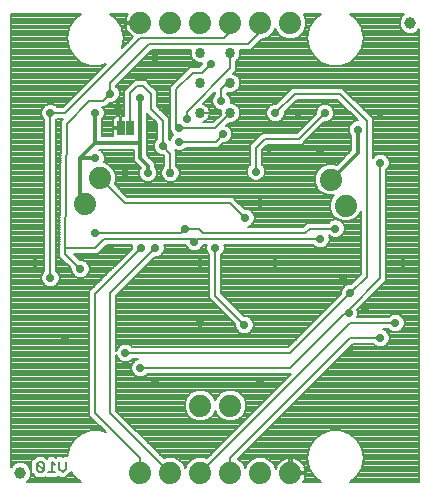
<source format=gbl>
G75*
%MOIN*%
%OFA0B0*%
%FSLAX25Y25*%
%IPPOS*%
%LPD*%
%AMOC8*
5,1,8,0,0,1.08239X$1,22.5*
%
%ADD10C,0.00800*%
%ADD11C,0.07400*%
%ADD12R,0.02500X0.05000*%
%ADD13C,0.03400*%
%ADD14C,0.03937*%
%ADD15C,0.03000*%
%ADD16C,0.02900*%
%ADD17C,0.01200*%
D10*
X0135380Y0127000D02*
X0136359Y0127979D01*
X0136902Y0129290D01*
X0136902Y0130710D01*
X0136359Y0132021D01*
X0135355Y0133025D01*
X0134043Y0133568D01*
X0132623Y0133568D01*
X0131312Y0133025D01*
X0130333Y0132047D01*
X0130333Y0283000D01*
X0153399Y0283000D01*
X0151099Y0281070D01*
X0149459Y0278230D01*
X0148890Y0275000D01*
X0149459Y0271770D01*
X0151099Y0268930D01*
X0153612Y0266822D01*
X0156693Y0265700D01*
X0159973Y0265700D01*
X0161910Y0266405D01*
X0147505Y0252000D01*
X0145647Y0252000D01*
X0145061Y0252586D01*
X0143940Y0253050D01*
X0142727Y0253050D01*
X0141606Y0252586D01*
X0140748Y0251728D01*
X0140283Y0250607D01*
X0140283Y0249393D01*
X0140748Y0248272D01*
X0141333Y0247686D01*
X0141333Y0197313D01*
X0140748Y0196728D01*
X0140283Y0195607D01*
X0140283Y0194393D01*
X0140748Y0193272D01*
X0141606Y0192414D01*
X0142727Y0191950D01*
X0143940Y0191950D01*
X0145061Y0192414D01*
X0145919Y0193272D01*
X0146383Y0194393D01*
X0146383Y0195607D01*
X0145919Y0196728D01*
X0145333Y0197313D01*
X0145333Y0247686D01*
X0145647Y0248000D01*
X0147505Y0248000D01*
X0147428Y0247923D01*
X0146843Y0247352D01*
X0146843Y0247338D01*
X0146833Y0247328D01*
X0146833Y0246512D01*
X0146343Y0205838D01*
X0146333Y0205828D01*
X0146333Y0205011D01*
X0146323Y0204196D01*
X0146333Y0204186D01*
X0146333Y0202172D01*
X0150283Y0198222D01*
X0150283Y0197393D01*
X0150748Y0196272D01*
X0151606Y0195414D01*
X0152727Y0194950D01*
X0153940Y0194950D01*
X0155061Y0195414D01*
X0155919Y0196272D01*
X0156383Y0197393D01*
X0156383Y0198607D01*
X0155919Y0199728D01*
X0155061Y0200586D01*
X0153940Y0201050D01*
X0153112Y0201050D01*
X0151162Y0203000D01*
X0159162Y0203000D01*
X0160333Y0204172D01*
X0162162Y0206000D01*
X0170626Y0206000D01*
X0170463Y0205607D01*
X0170463Y0204778D01*
X0156333Y0190649D01*
X0156333Y0149172D01*
X0161910Y0143595D01*
X0159973Y0144300D01*
X0156693Y0144300D01*
X0153612Y0143178D01*
X0153612Y0143178D01*
X0151099Y0141070D01*
X0149459Y0138230D01*
X0148996Y0135603D01*
X0147630Y0135603D01*
X0147390Y0135364D01*
X0147151Y0135603D01*
X0145494Y0135603D01*
X0145015Y0135123D01*
X0144536Y0135603D01*
X0142879Y0135603D01*
X0142285Y0135008D01*
X0142133Y0134856D01*
X0141386Y0135603D01*
X0138662Y0135603D01*
X0138128Y0135069D01*
X0136957Y0133897D01*
X0136957Y0130105D01*
X0137490Y0129572D01*
X0138662Y0128400D01*
X0141386Y0128400D01*
X0141599Y0128612D01*
X0141811Y0128400D01*
X0145603Y0128400D01*
X0146083Y0128879D01*
X0146562Y0128400D01*
X0148219Y0128400D01*
X0148813Y0128994D01*
X0150239Y0130420D01*
X0151099Y0128930D01*
X0153399Y0127000D01*
X0135380Y0127000D01*
X0135775Y0127396D02*
X0152928Y0127396D01*
X0151976Y0128194D02*
X0136448Y0128194D01*
X0136779Y0128993D02*
X0138069Y0128993D01*
X0137271Y0129791D02*
X0136902Y0129791D01*
X0136902Y0130590D02*
X0136957Y0130590D01*
X0136957Y0131388D02*
X0136621Y0131388D01*
X0136957Y0132187D02*
X0136193Y0132187D01*
X0136957Y0132985D02*
X0135395Y0132985D01*
X0136957Y0133784D02*
X0130333Y0133784D01*
X0130333Y0134582D02*
X0137641Y0134582D01*
X0138440Y0135381D02*
X0130333Y0135381D01*
X0130333Y0136179D02*
X0149098Y0136179D01*
X0149239Y0136978D02*
X0130333Y0136978D01*
X0130333Y0137776D02*
X0149379Y0137776D01*
X0149459Y0138230D02*
X0149459Y0138230D01*
X0149658Y0138575D02*
X0130333Y0138575D01*
X0130333Y0139373D02*
X0150120Y0139373D01*
X0150581Y0140172D02*
X0130333Y0140172D01*
X0130333Y0140970D02*
X0151042Y0140970D01*
X0151099Y0141070D02*
X0151099Y0141070D01*
X0151099Y0141070D01*
X0151932Y0141769D02*
X0130333Y0141769D01*
X0130333Y0142567D02*
X0152883Y0142567D01*
X0154127Y0143366D02*
X0130333Y0143366D01*
X0130333Y0144164D02*
X0156321Y0144164D01*
X0158945Y0146560D02*
X0130333Y0146560D01*
X0130333Y0147358D02*
X0158147Y0147358D01*
X0157348Y0148157D02*
X0130333Y0148157D01*
X0130333Y0148955D02*
X0156550Y0148955D01*
X0156333Y0149754D02*
X0130333Y0149754D01*
X0130333Y0150552D02*
X0156333Y0150552D01*
X0156333Y0151351D02*
X0130333Y0151351D01*
X0130333Y0152149D02*
X0156333Y0152149D01*
X0156333Y0152948D02*
X0130333Y0152948D01*
X0130333Y0153746D02*
X0156333Y0153746D01*
X0156333Y0154545D02*
X0130333Y0154545D01*
X0130333Y0155343D02*
X0156333Y0155343D01*
X0156333Y0156142D02*
X0130333Y0156142D01*
X0130333Y0156940D02*
X0156333Y0156940D01*
X0156333Y0157739D02*
X0130333Y0157739D01*
X0130333Y0158537D02*
X0156333Y0158537D01*
X0156333Y0159336D02*
X0130333Y0159336D01*
X0130333Y0160134D02*
X0156333Y0160134D01*
X0156333Y0160933D02*
X0130333Y0160933D01*
X0130333Y0161732D02*
X0156333Y0161732D01*
X0156333Y0162530D02*
X0130333Y0162530D01*
X0130333Y0163329D02*
X0156333Y0163329D01*
X0156333Y0164127D02*
X0130333Y0164127D01*
X0130333Y0164926D02*
X0156333Y0164926D01*
X0156333Y0165724D02*
X0130333Y0165724D01*
X0130333Y0166523D02*
X0156333Y0166523D01*
X0156333Y0167321D02*
X0130333Y0167321D01*
X0130333Y0168120D02*
X0156333Y0168120D01*
X0156333Y0168918D02*
X0130333Y0168918D01*
X0130333Y0169717D02*
X0156333Y0169717D01*
X0156333Y0170515D02*
X0130333Y0170515D01*
X0130333Y0171314D02*
X0156333Y0171314D01*
X0156333Y0172112D02*
X0130333Y0172112D01*
X0130333Y0172911D02*
X0156333Y0172911D01*
X0156333Y0173709D02*
X0130333Y0173709D01*
X0130333Y0174508D02*
X0156333Y0174508D01*
X0156333Y0175306D02*
X0130333Y0175306D01*
X0130333Y0176105D02*
X0156333Y0176105D01*
X0156333Y0176903D02*
X0130333Y0176903D01*
X0130333Y0177702D02*
X0156333Y0177702D01*
X0156333Y0178500D02*
X0130333Y0178500D01*
X0130333Y0179299D02*
X0156333Y0179299D01*
X0156333Y0180097D02*
X0130333Y0180097D01*
X0130333Y0180896D02*
X0156333Y0180896D01*
X0156333Y0181694D02*
X0130333Y0181694D01*
X0130333Y0182493D02*
X0156333Y0182493D01*
X0156333Y0183291D02*
X0130333Y0183291D01*
X0130333Y0184090D02*
X0156333Y0184090D01*
X0156333Y0184888D02*
X0130333Y0184888D01*
X0130333Y0185687D02*
X0156333Y0185687D01*
X0156333Y0186485D02*
X0130333Y0186485D01*
X0130333Y0187284D02*
X0156333Y0187284D01*
X0156333Y0188082D02*
X0130333Y0188082D01*
X0130333Y0188881D02*
X0156333Y0188881D01*
X0156333Y0189679D02*
X0130333Y0189679D01*
X0130333Y0190478D02*
X0156333Y0190478D01*
X0156961Y0191276D02*
X0130333Y0191276D01*
X0130333Y0192075D02*
X0142425Y0192075D01*
X0141147Y0192873D02*
X0130333Y0192873D01*
X0130333Y0193672D02*
X0140582Y0193672D01*
X0140283Y0194470D02*
X0130333Y0194470D01*
X0130333Y0195269D02*
X0140283Y0195269D01*
X0140474Y0196068D02*
X0130333Y0196068D01*
X0130333Y0196866D02*
X0140886Y0196866D01*
X0141333Y0197665D02*
X0130333Y0197665D01*
X0130333Y0198463D02*
X0141333Y0198463D01*
X0141333Y0199262D02*
X0130333Y0199262D01*
X0130333Y0200060D02*
X0141333Y0200060D01*
X0141333Y0200859D02*
X0130333Y0200859D01*
X0130333Y0201657D02*
X0141333Y0201657D01*
X0141333Y0202456D02*
X0130333Y0202456D01*
X0130333Y0203254D02*
X0141333Y0203254D01*
X0141333Y0204053D02*
X0130333Y0204053D01*
X0130333Y0204851D02*
X0141333Y0204851D01*
X0141333Y0205650D02*
X0130333Y0205650D01*
X0130333Y0206448D02*
X0141333Y0206448D01*
X0141333Y0207247D02*
X0130333Y0207247D01*
X0130333Y0208045D02*
X0141333Y0208045D01*
X0141333Y0208844D02*
X0130333Y0208844D01*
X0130333Y0209642D02*
X0141333Y0209642D01*
X0141333Y0210441D02*
X0130333Y0210441D01*
X0130333Y0211239D02*
X0141333Y0211239D01*
X0141333Y0212038D02*
X0130333Y0212038D01*
X0130333Y0212836D02*
X0141333Y0212836D01*
X0141333Y0213635D02*
X0130333Y0213635D01*
X0130333Y0214433D02*
X0141333Y0214433D01*
X0141333Y0215232D02*
X0130333Y0215232D01*
X0130333Y0216030D02*
X0141333Y0216030D01*
X0141333Y0216829D02*
X0130333Y0216829D01*
X0130333Y0217627D02*
X0141333Y0217627D01*
X0141333Y0218426D02*
X0130333Y0218426D01*
X0130333Y0219224D02*
X0141333Y0219224D01*
X0141333Y0220023D02*
X0130333Y0220023D01*
X0130333Y0220821D02*
X0141333Y0220821D01*
X0141333Y0221620D02*
X0130333Y0221620D01*
X0130333Y0222418D02*
X0141333Y0222418D01*
X0141333Y0223217D02*
X0130333Y0223217D01*
X0130333Y0224015D02*
X0141333Y0224015D01*
X0141333Y0224814D02*
X0130333Y0224814D01*
X0130333Y0225612D02*
X0141333Y0225612D01*
X0141333Y0226411D02*
X0130333Y0226411D01*
X0130333Y0227209D02*
X0141333Y0227209D01*
X0141333Y0228008D02*
X0130333Y0228008D01*
X0130333Y0228806D02*
X0141333Y0228806D01*
X0141333Y0229605D02*
X0130333Y0229605D01*
X0130333Y0230403D02*
X0141333Y0230403D01*
X0141333Y0231202D02*
X0130333Y0231202D01*
X0130333Y0232001D02*
X0141333Y0232001D01*
X0141333Y0232799D02*
X0130333Y0232799D01*
X0130333Y0233598D02*
X0141333Y0233598D01*
X0141333Y0234396D02*
X0130333Y0234396D01*
X0130333Y0235195D02*
X0141333Y0235195D01*
X0141333Y0235993D02*
X0130333Y0235993D01*
X0130333Y0236792D02*
X0141333Y0236792D01*
X0141333Y0237590D02*
X0130333Y0237590D01*
X0130333Y0238389D02*
X0141333Y0238389D01*
X0141333Y0239187D02*
X0130333Y0239187D01*
X0130333Y0239986D02*
X0141333Y0239986D01*
X0141333Y0240784D02*
X0130333Y0240784D01*
X0130333Y0241583D02*
X0141333Y0241583D01*
X0141333Y0242381D02*
X0130333Y0242381D01*
X0130333Y0243180D02*
X0141333Y0243180D01*
X0141333Y0243978D02*
X0130333Y0243978D01*
X0130333Y0244777D02*
X0141333Y0244777D01*
X0141333Y0245575D02*
X0130333Y0245575D01*
X0130333Y0246374D02*
X0141333Y0246374D01*
X0141333Y0247172D02*
X0130333Y0247172D01*
X0130333Y0247971D02*
X0141049Y0247971D01*
X0140542Y0248769D02*
X0130333Y0248769D01*
X0130333Y0249568D02*
X0140283Y0249568D01*
X0140283Y0250366D02*
X0130333Y0250366D01*
X0130333Y0251165D02*
X0140515Y0251165D01*
X0140984Y0251963D02*
X0130333Y0251963D01*
X0130333Y0252762D02*
X0142031Y0252762D01*
X0144636Y0252762D02*
X0148267Y0252762D01*
X0149065Y0253560D02*
X0130333Y0253560D01*
X0130333Y0254359D02*
X0149864Y0254359D01*
X0150662Y0255157D02*
X0130333Y0255157D01*
X0130333Y0255956D02*
X0151461Y0255956D01*
X0152259Y0256754D02*
X0130333Y0256754D01*
X0130333Y0257553D02*
X0153058Y0257553D01*
X0153856Y0258351D02*
X0130333Y0258351D01*
X0130333Y0259150D02*
X0154655Y0259150D01*
X0155453Y0259948D02*
X0130333Y0259948D01*
X0130333Y0260747D02*
X0156252Y0260747D01*
X0157050Y0261545D02*
X0130333Y0261545D01*
X0130333Y0262344D02*
X0157849Y0262344D01*
X0158647Y0263142D02*
X0130333Y0263142D01*
X0130333Y0263941D02*
X0159446Y0263941D01*
X0160244Y0264739D02*
X0130333Y0264739D01*
X0130333Y0265538D02*
X0161043Y0265538D01*
X0161722Y0266337D02*
X0161841Y0266337D01*
X0154945Y0266337D02*
X0130333Y0266337D01*
X0130333Y0267135D02*
X0153238Y0267135D01*
X0153612Y0266822D02*
X0153612Y0266822D01*
X0152287Y0267934D02*
X0130333Y0267934D01*
X0130333Y0268732D02*
X0151335Y0268732D01*
X0151099Y0268930D02*
X0151099Y0268930D01*
X0150752Y0269531D02*
X0130333Y0269531D01*
X0130333Y0270329D02*
X0150291Y0270329D01*
X0149830Y0271128D02*
X0130333Y0271128D01*
X0130333Y0271926D02*
X0149432Y0271926D01*
X0149459Y0271770D02*
X0149459Y0271770D01*
X0149291Y0272725D02*
X0130333Y0272725D01*
X0130333Y0273523D02*
X0149150Y0273523D01*
X0149009Y0274322D02*
X0130333Y0274322D01*
X0130333Y0275120D02*
X0148911Y0275120D01*
X0148890Y0275000D02*
X0148890Y0275000D01*
X0149052Y0275919D02*
X0130333Y0275919D01*
X0130333Y0276717D02*
X0149193Y0276717D01*
X0149333Y0277516D02*
X0130333Y0277516D01*
X0130333Y0278314D02*
X0149508Y0278314D01*
X0149459Y0278230D02*
X0149459Y0278230D01*
X0149969Y0279113D02*
X0130333Y0279113D01*
X0130333Y0279911D02*
X0150430Y0279911D01*
X0150891Y0280710D02*
X0130333Y0280710D01*
X0130333Y0281508D02*
X0151621Y0281508D01*
X0151099Y0281070D02*
X0151099Y0281070D01*
X0152573Y0282307D02*
X0130333Y0282307D01*
X0163268Y0283000D02*
X0169209Y0283000D01*
X0168971Y0282673D01*
X0168607Y0281958D01*
X0168359Y0281194D01*
X0168233Y0280401D01*
X0168233Y0280400D01*
X0172933Y0280400D01*
X0172933Y0279600D01*
X0168233Y0279600D01*
X0168233Y0279598D01*
X0168359Y0278806D01*
X0168607Y0278042D01*
X0168971Y0277327D01*
X0169443Y0276677D01*
X0170011Y0276110D01*
X0170660Y0275638D01*
X0170980Y0275475D01*
X0167115Y0271610D01*
X0167207Y0271770D01*
X0167207Y0271770D01*
X0167777Y0275000D01*
X0167207Y0278230D01*
X0165567Y0281070D01*
X0163268Y0283000D01*
X0164094Y0282307D02*
X0168785Y0282307D01*
X0168461Y0281508D02*
X0165045Y0281508D01*
X0165567Y0281070D02*
X0165567Y0281070D01*
X0165776Y0280710D02*
X0168282Y0280710D01*
X0168310Y0279113D02*
X0166698Y0279113D01*
X0166237Y0279911D02*
X0172933Y0279911D01*
X0168519Y0278314D02*
X0167159Y0278314D01*
X0167207Y0278230D02*
X0167207Y0278230D01*
X0167333Y0277516D02*
X0168875Y0277516D01*
X0169414Y0276717D02*
X0167474Y0276717D01*
X0167615Y0275919D02*
X0170274Y0275919D01*
X0170625Y0275120D02*
X0167756Y0275120D01*
X0167777Y0275000D02*
X0167777Y0275000D01*
X0167657Y0274322D02*
X0169827Y0274322D01*
X0169028Y0273523D02*
X0167516Y0273523D01*
X0167376Y0272725D02*
X0168230Y0272725D01*
X0167431Y0271926D02*
X0167235Y0271926D01*
X0173333Y0275000D02*
X0148333Y0250000D01*
X0143334Y0250000D01*
X0143333Y0250000D01*
X0143333Y0195000D01*
X0143333Y0195000D01*
X0145520Y0192873D02*
X0158558Y0192873D01*
X0157759Y0192075D02*
X0144242Y0192075D01*
X0146085Y0193672D02*
X0159356Y0193672D01*
X0160155Y0194470D02*
X0146383Y0194470D01*
X0146383Y0195269D02*
X0151957Y0195269D01*
X0150952Y0196068D02*
X0146192Y0196068D01*
X0145781Y0196866D02*
X0150502Y0196866D01*
X0150283Y0197665D02*
X0145333Y0197665D01*
X0145333Y0198463D02*
X0150042Y0198463D01*
X0149243Y0199262D02*
X0145333Y0199262D01*
X0145333Y0200060D02*
X0148445Y0200060D01*
X0147646Y0200859D02*
X0145333Y0200859D01*
X0145333Y0201657D02*
X0146848Y0201657D01*
X0146333Y0202456D02*
X0145333Y0202456D01*
X0145333Y0203254D02*
X0146333Y0203254D01*
X0146333Y0204053D02*
X0145333Y0204053D01*
X0145333Y0204851D02*
X0146331Y0204851D01*
X0146333Y0205650D02*
X0145333Y0205650D01*
X0145333Y0206448D02*
X0146351Y0206448D01*
X0146360Y0207247D02*
X0145333Y0207247D01*
X0145333Y0208045D02*
X0146370Y0208045D01*
X0146380Y0208844D02*
X0145333Y0208844D01*
X0145333Y0209642D02*
X0146389Y0209642D01*
X0146399Y0210441D02*
X0145333Y0210441D01*
X0145333Y0211239D02*
X0146408Y0211239D01*
X0146418Y0212038D02*
X0145333Y0212038D01*
X0145333Y0212836D02*
X0146428Y0212836D01*
X0146437Y0213635D02*
X0145333Y0213635D01*
X0145333Y0214433D02*
X0146447Y0214433D01*
X0146456Y0215232D02*
X0145333Y0215232D01*
X0145333Y0216030D02*
X0146466Y0216030D01*
X0146476Y0216829D02*
X0145333Y0216829D01*
X0145333Y0217627D02*
X0146485Y0217627D01*
X0146495Y0218426D02*
X0145333Y0218426D01*
X0145333Y0219224D02*
X0146505Y0219224D01*
X0146514Y0220023D02*
X0145333Y0220023D01*
X0145333Y0220821D02*
X0146524Y0220821D01*
X0146533Y0221620D02*
X0145333Y0221620D01*
X0145333Y0222418D02*
X0146543Y0222418D01*
X0146553Y0223217D02*
X0145333Y0223217D01*
X0145333Y0224015D02*
X0146562Y0224015D01*
X0146572Y0224814D02*
X0145333Y0224814D01*
X0145333Y0225612D02*
X0146582Y0225612D01*
X0146591Y0226411D02*
X0145333Y0226411D01*
X0145333Y0227209D02*
X0146601Y0227209D01*
X0146610Y0228008D02*
X0145333Y0228008D01*
X0145333Y0228806D02*
X0146620Y0228806D01*
X0146630Y0229605D02*
X0145333Y0229605D01*
X0145333Y0230403D02*
X0146639Y0230403D01*
X0146649Y0231202D02*
X0145333Y0231202D01*
X0145333Y0232001D02*
X0146659Y0232001D01*
X0146668Y0232799D02*
X0145333Y0232799D01*
X0145333Y0233598D02*
X0146678Y0233598D01*
X0146687Y0234396D02*
X0145333Y0234396D01*
X0145333Y0235195D02*
X0146697Y0235195D01*
X0146707Y0235993D02*
X0145333Y0235993D01*
X0145333Y0236792D02*
X0146716Y0236792D01*
X0146726Y0237590D02*
X0145333Y0237590D01*
X0145333Y0238389D02*
X0146735Y0238389D01*
X0146745Y0239187D02*
X0145333Y0239187D01*
X0145333Y0239986D02*
X0146755Y0239986D01*
X0146764Y0240784D02*
X0145333Y0240784D01*
X0145333Y0241583D02*
X0146774Y0241583D01*
X0146784Y0242381D02*
X0145333Y0242381D01*
X0145333Y0243180D02*
X0146793Y0243180D01*
X0146803Y0243978D02*
X0145333Y0243978D01*
X0145333Y0244777D02*
X0146812Y0244777D01*
X0146822Y0245575D02*
X0145333Y0245575D01*
X0145333Y0246374D02*
X0146832Y0246374D01*
X0146833Y0247172D02*
X0145333Y0247172D01*
X0145618Y0247971D02*
X0147476Y0247971D01*
X0148833Y0246500D02*
X0156333Y0254000D01*
X0160834Y0254000D01*
X0163333Y0256500D01*
X0163333Y0260000D01*
X0176334Y0273000D01*
X0209333Y0273000D01*
X0213333Y0277000D01*
X0213333Y0280000D01*
X0218333Y0278221D02*
X0218840Y0276998D01*
X0220331Y0275507D01*
X0222279Y0274700D01*
X0224388Y0274700D01*
X0226336Y0275507D01*
X0227826Y0276998D01*
X0228633Y0278946D01*
X0228633Y0281054D01*
X0227827Y0283000D01*
X0233399Y0283000D01*
X0231099Y0281070D01*
X0229459Y0278230D01*
X0228890Y0275000D01*
X0229459Y0271770D01*
X0231099Y0268930D01*
X0233612Y0266822D01*
X0236693Y0265700D01*
X0239973Y0265700D01*
X0243055Y0266822D01*
X0245567Y0268930D01*
X0245567Y0268930D01*
X0247207Y0271770D01*
X0247777Y0275000D01*
X0247207Y0278230D01*
X0245567Y0281070D01*
X0243268Y0283000D01*
X0261287Y0283000D01*
X0260308Y0282021D01*
X0259765Y0280710D01*
X0259765Y0279290D01*
X0260308Y0277979D01*
X0261312Y0276975D01*
X0262623Y0276431D01*
X0264043Y0276431D01*
X0265355Y0276975D01*
X0266333Y0277953D01*
X0266333Y0127000D01*
X0243268Y0127000D01*
X0245567Y0128930D01*
X0247207Y0131770D01*
X0247207Y0131770D01*
X0247777Y0135000D01*
X0247207Y0138230D01*
X0245567Y0141070D01*
X0243055Y0143178D01*
X0239973Y0144300D01*
X0236693Y0144300D01*
X0233612Y0143178D01*
X0233612Y0143178D01*
X0231099Y0141070D01*
X0229459Y0138230D01*
X0228890Y0135000D01*
X0229459Y0131770D01*
X0231099Y0128930D01*
X0233399Y0127000D01*
X0227458Y0127000D01*
X0227695Y0127327D01*
X0228060Y0128042D01*
X0228308Y0128806D01*
X0228433Y0129599D01*
X0228433Y0129600D01*
X0223733Y0129600D01*
X0223733Y0130400D01*
X0222933Y0130400D01*
X0222933Y0135100D01*
X0222932Y0135100D01*
X0222139Y0134975D01*
X0221376Y0134727D01*
X0220660Y0134362D01*
X0220011Y0133890D01*
X0219443Y0133323D01*
X0218971Y0132673D01*
X0218607Y0131958D01*
X0218454Y0131487D01*
X0217826Y0133002D01*
X0216335Y0134493D01*
X0214388Y0135300D01*
X0212279Y0135300D01*
X0210331Y0134493D01*
X0208840Y0133002D01*
X0208333Y0131779D01*
X0207826Y0133002D01*
X0206335Y0134493D01*
X0205854Y0134693D01*
X0244162Y0173000D01*
X0251020Y0173000D01*
X0251606Y0172414D01*
X0252727Y0171950D01*
X0253940Y0171950D01*
X0255061Y0172414D01*
X0255919Y0173272D01*
X0256383Y0174393D01*
X0256383Y0175607D01*
X0255919Y0176728D01*
X0255061Y0177586D01*
X0254061Y0178000D01*
X0256020Y0178000D01*
X0256606Y0177414D01*
X0257727Y0176950D01*
X0258940Y0176950D01*
X0260061Y0177414D01*
X0260919Y0178272D01*
X0261383Y0179393D01*
X0261383Y0180607D01*
X0260919Y0181728D01*
X0260061Y0182586D01*
X0258940Y0183050D01*
X0257727Y0183050D01*
X0256606Y0182586D01*
X0256020Y0182000D01*
X0245514Y0182000D01*
X0245854Y0182822D01*
X0245854Y0184035D01*
X0245662Y0184500D01*
X0254162Y0193000D01*
X0255333Y0194172D01*
X0255333Y0231033D01*
X0255919Y0231619D01*
X0256383Y0232740D01*
X0256383Y0233953D01*
X0255919Y0235074D01*
X0255061Y0235932D01*
X0253940Y0236396D01*
X0252727Y0236396D01*
X0251606Y0235932D01*
X0250833Y0235160D01*
X0250833Y0248328D01*
X0240662Y0258500D01*
X0239005Y0258500D01*
X0225662Y0258500D01*
X0224005Y0258500D01*
X0218555Y0253050D01*
X0217727Y0253050D01*
X0216606Y0252586D01*
X0215748Y0251728D01*
X0215283Y0250607D01*
X0215283Y0249393D01*
X0215748Y0248272D01*
X0216606Y0247414D01*
X0217727Y0246950D01*
X0218940Y0246950D01*
X0220061Y0247414D01*
X0220919Y0248272D01*
X0221383Y0249393D01*
X0221383Y0250222D01*
X0225662Y0254500D01*
X0239005Y0254500D01*
X0245955Y0247550D01*
X0245227Y0247550D01*
X0244106Y0247086D01*
X0243248Y0246228D01*
X0242783Y0245107D01*
X0242783Y0243893D01*
X0243248Y0242772D01*
X0243633Y0242387D01*
X0243633Y0237741D01*
X0238690Y0232798D01*
X0237887Y0233130D01*
X0235779Y0233130D01*
X0233831Y0232323D01*
X0232340Y0230832D01*
X0231533Y0228884D01*
X0231533Y0226776D01*
X0232340Y0224828D01*
X0233831Y0223337D01*
X0235779Y0222530D01*
X0237698Y0222530D01*
X0237340Y0222172D01*
X0236533Y0220224D01*
X0236533Y0218116D01*
X0237340Y0216168D01*
X0238831Y0214677D01*
X0240779Y0213870D01*
X0242887Y0213870D01*
X0244835Y0214677D01*
X0246326Y0216168D01*
X0246833Y0217392D01*
X0246833Y0196328D01*
X0243555Y0193050D01*
X0242727Y0193050D01*
X0241606Y0192586D01*
X0240748Y0191728D01*
X0240283Y0190607D01*
X0240283Y0189778D01*
X0222505Y0172000D01*
X0170647Y0172000D01*
X0170061Y0172586D01*
X0168940Y0173050D01*
X0167727Y0173050D01*
X0166606Y0172586D01*
X0165748Y0171728D01*
X0165333Y0170727D01*
X0165333Y0189172D01*
X0178112Y0201950D01*
X0178940Y0201950D01*
X0180061Y0202414D01*
X0180919Y0203272D01*
X0181383Y0204393D01*
X0181383Y0205607D01*
X0181220Y0206000D01*
X0188446Y0206000D01*
X0188748Y0205272D01*
X0189606Y0204414D01*
X0190727Y0203950D01*
X0191940Y0203950D01*
X0193061Y0204414D01*
X0193919Y0205272D01*
X0194220Y0206000D01*
X0195446Y0206000D01*
X0195283Y0205607D01*
X0195283Y0204393D01*
X0195748Y0203272D01*
X0196333Y0202687D01*
X0196333Y0188243D01*
X0204944Y0179633D01*
X0204944Y0178805D01*
X0205408Y0177684D01*
X0206266Y0176826D01*
X0207387Y0176362D01*
X0208600Y0176362D01*
X0209721Y0176826D01*
X0210579Y0177684D01*
X0211044Y0178805D01*
X0211044Y0180018D01*
X0210579Y0181139D01*
X0209721Y0181997D01*
X0208600Y0182462D01*
X0207772Y0182462D01*
X0200333Y0189900D01*
X0200333Y0202687D01*
X0200919Y0203272D01*
X0201383Y0204393D01*
X0201383Y0205607D01*
X0201220Y0206000D01*
X0231020Y0206000D01*
X0231606Y0205414D01*
X0232727Y0204950D01*
X0233940Y0204950D01*
X0235061Y0205414D01*
X0235919Y0206272D01*
X0236383Y0207393D01*
X0236383Y0208607D01*
X0236013Y0209500D01*
X0236020Y0209500D01*
X0236606Y0208914D01*
X0237727Y0208450D01*
X0238940Y0208450D01*
X0240061Y0208914D01*
X0240919Y0209772D01*
X0241383Y0210893D01*
X0241383Y0212107D01*
X0240919Y0213228D01*
X0240061Y0214086D01*
X0238940Y0214550D01*
X0237727Y0214550D01*
X0236606Y0214086D01*
X0236020Y0213500D01*
X0229005Y0213500D01*
X0227505Y0212000D01*
X0209061Y0212000D01*
X0210061Y0212414D01*
X0210919Y0213272D01*
X0211383Y0214393D01*
X0211383Y0215607D01*
X0210919Y0216728D01*
X0210061Y0217586D01*
X0208940Y0218050D01*
X0208112Y0218050D01*
X0205333Y0220828D01*
X0204162Y0222000D01*
X0168992Y0222000D01*
X0164718Y0226274D01*
X0165133Y0227276D01*
X0165133Y0229384D01*
X0164327Y0231332D01*
X0162836Y0232823D01*
X0161041Y0233567D01*
X0161383Y0234393D01*
X0161383Y0235607D01*
X0160919Y0236728D01*
X0160061Y0237586D01*
X0159544Y0237800D01*
X0171133Y0237800D01*
X0171133Y0234089D01*
X0173371Y0231851D01*
X0173248Y0231728D01*
X0172783Y0230607D01*
X0172783Y0229393D01*
X0173248Y0228272D01*
X0174106Y0227414D01*
X0175227Y0226950D01*
X0176440Y0226950D01*
X0177561Y0227414D01*
X0178419Y0228272D01*
X0178883Y0229393D01*
X0178883Y0230607D01*
X0178419Y0231728D01*
X0178033Y0232113D01*
X0178033Y0233411D01*
X0175533Y0235911D01*
X0175533Y0249972D01*
X0176005Y0249500D01*
X0178833Y0246672D01*
X0178833Y0241313D01*
X0178248Y0240727D01*
X0177783Y0239606D01*
X0177783Y0238393D01*
X0178248Y0237272D01*
X0179106Y0236414D01*
X0180227Y0235950D01*
X0181055Y0235950D01*
X0181333Y0235671D01*
X0181333Y0232384D01*
X0180705Y0231756D01*
X0180233Y0230617D01*
X0180233Y0229383D01*
X0180705Y0228244D01*
X0181577Y0227372D01*
X0182717Y0226900D01*
X0183950Y0226900D01*
X0185089Y0227372D01*
X0185961Y0228244D01*
X0186433Y0229383D01*
X0186433Y0230617D01*
X0185961Y0231756D01*
X0185333Y0232384D01*
X0185333Y0237328D01*
X0184847Y0237814D01*
X0185727Y0237450D01*
X0186940Y0237450D01*
X0188061Y0237914D01*
X0188647Y0238500D01*
X0199221Y0238500D01*
X0200392Y0239672D01*
X0200671Y0239950D01*
X0201499Y0239950D01*
X0202620Y0240414D01*
X0203478Y0241272D01*
X0203942Y0242393D01*
X0203942Y0243607D01*
X0203478Y0244728D01*
X0202620Y0245586D01*
X0202003Y0245841D01*
X0202862Y0246700D01*
X0203990Y0246700D01*
X0205203Y0247202D01*
X0206131Y0248131D01*
X0206633Y0249343D01*
X0206633Y0250656D01*
X0206131Y0251869D01*
X0205203Y0252797D01*
X0203990Y0253300D01*
X0203345Y0253300D01*
X0203383Y0253393D01*
X0203383Y0254607D01*
X0202919Y0255728D01*
X0202333Y0256313D01*
X0202333Y0256842D01*
X0202677Y0256700D01*
X0203990Y0256700D01*
X0205203Y0257202D01*
X0206131Y0258131D01*
X0206633Y0259343D01*
X0206633Y0260656D01*
X0206131Y0261869D01*
X0205203Y0262797D01*
X0204323Y0263162D01*
X0205333Y0264172D01*
X0205333Y0267333D01*
X0206131Y0268131D01*
X0206633Y0269343D01*
X0206633Y0270656D01*
X0206491Y0271000D01*
X0210162Y0271000D01*
X0211333Y0272172D01*
X0213862Y0274700D01*
X0214388Y0274700D01*
X0216336Y0275507D01*
X0217826Y0276998D01*
X0218333Y0278221D01*
X0218041Y0277516D02*
X0218626Y0277516D01*
X0219121Y0276717D02*
X0217546Y0276717D01*
X0216747Y0275919D02*
X0219919Y0275919D01*
X0221264Y0275120D02*
X0215402Y0275120D01*
X0213483Y0274322D02*
X0229009Y0274322D01*
X0228890Y0275000D02*
X0228890Y0275000D01*
X0228911Y0275120D02*
X0225402Y0275120D01*
X0226747Y0275919D02*
X0229052Y0275919D01*
X0229193Y0276717D02*
X0227546Y0276717D01*
X0228041Y0277516D02*
X0229333Y0277516D01*
X0229459Y0278230D02*
X0229459Y0278230D01*
X0229508Y0278314D02*
X0228372Y0278314D01*
X0228633Y0279113D02*
X0229969Y0279113D01*
X0230430Y0279911D02*
X0228633Y0279911D01*
X0228633Y0280710D02*
X0230891Y0280710D01*
X0231099Y0281070D02*
X0231099Y0281070D01*
X0231099Y0281070D01*
X0231621Y0281508D02*
X0228445Y0281508D01*
X0228114Y0282307D02*
X0232573Y0282307D01*
X0229150Y0273523D02*
X0212685Y0273523D01*
X0211886Y0272725D02*
X0229291Y0272725D01*
X0229432Y0271926D02*
X0211088Y0271926D01*
X0210289Y0271128D02*
X0229830Y0271128D01*
X0229459Y0271770D02*
X0229459Y0271770D01*
X0230291Y0270329D02*
X0206633Y0270329D01*
X0206633Y0269531D02*
X0230752Y0269531D01*
X0231099Y0268930D02*
X0231099Y0268930D01*
X0231335Y0268732D02*
X0206380Y0268732D01*
X0205934Y0267934D02*
X0232287Y0267934D01*
X0233238Y0267135D02*
X0205333Y0267135D01*
X0205333Y0266337D02*
X0234945Y0266337D01*
X0233612Y0266822D02*
X0233612Y0266822D01*
X0241722Y0266337D02*
X0266333Y0266337D01*
X0266333Y0267135D02*
X0243428Y0267135D01*
X0243055Y0266822D02*
X0243055Y0266822D01*
X0244380Y0267934D02*
X0266333Y0267934D01*
X0266333Y0268732D02*
X0245332Y0268732D01*
X0245914Y0269531D02*
X0266333Y0269531D01*
X0266333Y0270329D02*
X0246375Y0270329D01*
X0246836Y0271128D02*
X0266333Y0271128D01*
X0266333Y0271926D02*
X0247235Y0271926D01*
X0247376Y0272725D02*
X0266333Y0272725D01*
X0266333Y0273523D02*
X0247516Y0273523D01*
X0247657Y0274322D02*
X0266333Y0274322D01*
X0266333Y0275120D02*
X0247756Y0275120D01*
X0247777Y0275000D02*
X0247777Y0275000D01*
X0247615Y0275919D02*
X0266333Y0275919D01*
X0266333Y0276717D02*
X0264733Y0276717D01*
X0265896Y0277516D02*
X0266333Y0277516D01*
X0261934Y0276717D02*
X0247474Y0276717D01*
X0247333Y0277516D02*
X0260771Y0277516D01*
X0260169Y0278314D02*
X0247159Y0278314D01*
X0247207Y0278230D02*
X0247207Y0278230D01*
X0246698Y0279113D02*
X0259838Y0279113D01*
X0259765Y0279911D02*
X0246237Y0279911D01*
X0245776Y0280710D02*
X0259765Y0280710D01*
X0260096Y0281508D02*
X0245045Y0281508D01*
X0245567Y0281070D02*
X0245567Y0281070D01*
X0244094Y0282307D02*
X0260593Y0282307D01*
X0266333Y0265538D02*
X0205333Y0265538D01*
X0205333Y0264739D02*
X0266333Y0264739D01*
X0266333Y0263941D02*
X0205103Y0263941D01*
X0204370Y0263142D02*
X0266333Y0263142D01*
X0266333Y0262344D02*
X0205656Y0262344D01*
X0206265Y0261545D02*
X0266333Y0261545D01*
X0266333Y0260747D02*
X0206596Y0260747D01*
X0206633Y0259948D02*
X0266333Y0259948D01*
X0266333Y0259150D02*
X0206553Y0259150D01*
X0206222Y0258351D02*
X0223856Y0258351D01*
X0223058Y0257553D02*
X0205553Y0257553D01*
X0204121Y0256754D02*
X0222259Y0256754D01*
X0221461Y0255956D02*
X0202691Y0255956D01*
X0202545Y0256754D02*
X0202333Y0256754D01*
X0203155Y0255157D02*
X0220662Y0255157D01*
X0219864Y0254359D02*
X0203383Y0254359D01*
X0203383Y0253560D02*
X0219065Y0253560D01*
X0217031Y0252762D02*
X0205238Y0252762D01*
X0206037Y0251963D02*
X0215983Y0251963D01*
X0215515Y0251165D02*
X0206423Y0251165D01*
X0206633Y0250366D02*
X0215283Y0250366D01*
X0215283Y0249568D02*
X0206633Y0249568D01*
X0206395Y0248769D02*
X0215542Y0248769D01*
X0216049Y0247971D02*
X0205971Y0247971D01*
X0205130Y0247172D02*
X0217190Y0247172D01*
X0219477Y0247172D02*
X0229177Y0247172D01*
X0228379Y0246374D02*
X0202536Y0246374D01*
X0202630Y0245575D02*
X0227580Y0245575D01*
X0226782Y0244777D02*
X0203429Y0244777D01*
X0203788Y0243978D02*
X0225983Y0243978D01*
X0225505Y0243500D02*
X0214005Y0243500D01*
X0209833Y0239328D01*
X0209833Y0232813D01*
X0209248Y0232228D01*
X0208783Y0231107D01*
X0208783Y0229893D01*
X0209248Y0228772D01*
X0210106Y0227914D01*
X0211227Y0227450D01*
X0212440Y0227450D01*
X0213561Y0227914D01*
X0214419Y0228772D01*
X0214883Y0229893D01*
X0214883Y0231107D01*
X0214419Y0232228D01*
X0213833Y0232813D01*
X0213833Y0237672D01*
X0215662Y0239500D01*
X0225505Y0239500D01*
X0225505Y0239500D01*
X0226325Y0239500D01*
X0227162Y0239500D01*
X0228333Y0240672D01*
X0234612Y0246950D01*
X0235440Y0246950D01*
X0236561Y0247414D01*
X0237419Y0248272D01*
X0237883Y0249393D01*
X0237883Y0250607D01*
X0237419Y0251728D01*
X0236561Y0252586D01*
X0235440Y0253050D01*
X0234227Y0253050D01*
X0233106Y0252586D01*
X0232248Y0251728D01*
X0231783Y0250607D01*
X0231783Y0249778D01*
X0225505Y0243500D01*
X0226333Y0241500D02*
X0214833Y0241500D01*
X0211833Y0238500D01*
X0211833Y0230500D01*
X0208783Y0230403D02*
X0186433Y0230403D01*
X0186433Y0229605D02*
X0208903Y0229605D01*
X0209234Y0228806D02*
X0186194Y0228806D01*
X0185725Y0228008D02*
X0210012Y0228008D01*
X0208823Y0231202D02*
X0186191Y0231202D01*
X0185717Y0232001D02*
X0209154Y0232001D01*
X0209819Y0232799D02*
X0185333Y0232799D01*
X0185333Y0233598D02*
X0209833Y0233598D01*
X0209833Y0234396D02*
X0185333Y0234396D01*
X0185333Y0235195D02*
X0209833Y0235195D01*
X0209833Y0235993D02*
X0185333Y0235993D01*
X0185333Y0236792D02*
X0209833Y0236792D01*
X0209833Y0237590D02*
X0187278Y0237590D01*
X0188535Y0238389D02*
X0209833Y0238389D01*
X0209833Y0239187D02*
X0199908Y0239187D01*
X0201585Y0239986D02*
X0210491Y0239986D01*
X0211289Y0240784D02*
X0202990Y0240784D01*
X0203607Y0241583D02*
X0212088Y0241583D01*
X0212886Y0242381D02*
X0203937Y0242381D01*
X0203942Y0243180D02*
X0213685Y0243180D01*
X0215349Y0239187D02*
X0243633Y0239187D01*
X0243633Y0238389D02*
X0214550Y0238389D01*
X0213833Y0237590D02*
X0243482Y0237590D01*
X0242683Y0236792D02*
X0213833Y0236792D01*
X0213833Y0235993D02*
X0241885Y0235993D01*
X0241086Y0235195D02*
X0213833Y0235195D01*
X0213833Y0234396D02*
X0240288Y0234396D01*
X0239489Y0233598D02*
X0213833Y0233598D01*
X0213848Y0232799D02*
X0234980Y0232799D01*
X0233508Y0232001D02*
X0214513Y0232001D01*
X0214844Y0231202D02*
X0232710Y0231202D01*
X0232162Y0230403D02*
X0214883Y0230403D01*
X0214764Y0229605D02*
X0231832Y0229605D01*
X0231533Y0228806D02*
X0214433Y0228806D01*
X0213655Y0228008D02*
X0231533Y0228008D01*
X0231533Y0227209D02*
X0184697Y0227209D01*
X0181970Y0227209D02*
X0177066Y0227209D01*
X0178155Y0228008D02*
X0180941Y0228008D01*
X0180472Y0228806D02*
X0178640Y0228806D01*
X0178883Y0229605D02*
X0180233Y0229605D01*
X0180233Y0230403D02*
X0178883Y0230403D01*
X0178637Y0231202D02*
X0180476Y0231202D01*
X0180950Y0232001D02*
X0178146Y0232001D01*
X0178033Y0232799D02*
X0181333Y0232799D01*
X0181333Y0233598D02*
X0177847Y0233598D01*
X0177049Y0234396D02*
X0181333Y0234396D01*
X0181333Y0235195D02*
X0176250Y0235195D01*
X0175533Y0235993D02*
X0180122Y0235993D01*
X0178728Y0236792D02*
X0175533Y0236792D01*
X0175533Y0237590D02*
X0178116Y0237590D01*
X0177785Y0238389D02*
X0175533Y0238389D01*
X0175533Y0239187D02*
X0177783Y0239187D01*
X0177940Y0239986D02*
X0175533Y0239986D01*
X0175533Y0240784D02*
X0178304Y0240784D01*
X0178833Y0241583D02*
X0175533Y0241583D01*
X0175533Y0242381D02*
X0178833Y0242381D01*
X0178833Y0243180D02*
X0175533Y0243180D01*
X0175533Y0243978D02*
X0178833Y0243978D01*
X0178833Y0244777D02*
X0175533Y0244777D01*
X0175533Y0245575D02*
X0178833Y0245575D01*
X0178833Y0246374D02*
X0175533Y0246374D01*
X0175533Y0247172D02*
X0178333Y0247172D01*
X0177534Y0247971D02*
X0175533Y0247971D01*
X0175533Y0248769D02*
X0176736Y0248769D01*
X0175937Y0249568D02*
X0175533Y0249568D01*
X0176833Y0251500D02*
X0176833Y0256500D01*
X0174333Y0259000D01*
X0172333Y0259000D01*
X0169933Y0256600D01*
X0169933Y0245000D01*
X0166958Y0245225D02*
X0166958Y0248900D01*
X0167821Y0248900D01*
X0167933Y0249013D01*
X0167933Y0257428D01*
X0171505Y0261000D01*
X0175162Y0261000D01*
X0176333Y0259828D01*
X0178833Y0257328D01*
X0178833Y0252328D01*
X0182833Y0248328D01*
X0182833Y0241313D01*
X0183283Y0240863D01*
X0183283Y0241107D01*
X0183748Y0242228D01*
X0184270Y0242750D01*
X0183748Y0243272D01*
X0183283Y0244393D01*
X0183283Y0245607D01*
X0183333Y0245727D01*
X0183333Y0258828D01*
X0184505Y0260000D01*
X0188833Y0264328D01*
X0190005Y0265500D01*
X0193005Y0265500D01*
X0193783Y0266278D01*
X0193783Y0266700D01*
X0192677Y0266700D01*
X0191464Y0267202D01*
X0190536Y0268131D01*
X0190033Y0269343D01*
X0190033Y0270656D01*
X0190176Y0271000D01*
X0177162Y0271000D01*
X0165333Y0259171D01*
X0165333Y0258813D01*
X0165919Y0258228D01*
X0166383Y0257107D01*
X0166383Y0255893D01*
X0165919Y0254772D01*
X0165061Y0253914D01*
X0163940Y0253450D01*
X0163112Y0253450D01*
X0161662Y0252000D01*
X0160647Y0252000D01*
X0160919Y0251728D01*
X0161383Y0250607D01*
X0161383Y0249393D01*
X0160919Y0248272D01*
X0160533Y0247887D01*
X0160533Y0242200D01*
X0164114Y0242200D01*
X0164083Y0242316D01*
X0164083Y0244775D01*
X0166508Y0244775D01*
X0166508Y0245225D01*
X0164083Y0245225D01*
X0164083Y0247684D01*
X0164179Y0248040D01*
X0164363Y0248360D01*
X0164624Y0248620D01*
X0164943Y0248805D01*
X0165299Y0248900D01*
X0166508Y0248900D01*
X0166508Y0245225D01*
X0166958Y0245225D01*
X0166958Y0245575D02*
X0166508Y0245575D01*
X0166508Y0244777D02*
X0160533Y0244777D01*
X0160533Y0245575D02*
X0164083Y0245575D01*
X0164083Y0246374D02*
X0160533Y0246374D01*
X0160533Y0247172D02*
X0164083Y0247172D01*
X0164160Y0247971D02*
X0160617Y0247971D01*
X0161125Y0248769D02*
X0164882Y0248769D01*
X0166508Y0248769D02*
X0166958Y0248769D01*
X0166958Y0247971D02*
X0166508Y0247971D01*
X0166508Y0247172D02*
X0166958Y0247172D01*
X0166958Y0246374D02*
X0166508Y0246374D01*
X0164083Y0243978D02*
X0160533Y0243978D01*
X0160533Y0243180D02*
X0164083Y0243180D01*
X0164083Y0242381D02*
X0160533Y0242381D01*
X0160050Y0237590D02*
X0171133Y0237590D01*
X0171133Y0236792D02*
X0160855Y0236792D01*
X0161223Y0235993D02*
X0171133Y0235993D01*
X0171133Y0235195D02*
X0161383Y0235195D01*
X0161383Y0234396D02*
X0171133Y0234396D01*
X0171625Y0233598D02*
X0161054Y0233598D01*
X0162860Y0232799D02*
X0172423Y0232799D01*
X0173222Y0232001D02*
X0163658Y0232001D01*
X0164380Y0231202D02*
X0173030Y0231202D01*
X0172783Y0230403D02*
X0164711Y0230403D01*
X0165042Y0229605D02*
X0172783Y0229605D01*
X0173026Y0228806D02*
X0165133Y0228806D01*
X0165133Y0228008D02*
X0173512Y0228008D01*
X0174600Y0227209D02*
X0165106Y0227209D01*
X0164775Y0226411D02*
X0231684Y0226411D01*
X0232015Y0225612D02*
X0165379Y0225612D01*
X0166178Y0224814D02*
X0232354Y0224814D01*
X0233152Y0224015D02*
X0166976Y0224015D01*
X0167775Y0223217D02*
X0234121Y0223217D01*
X0237111Y0221620D02*
X0204542Y0221620D01*
X0205340Y0220821D02*
X0236781Y0220821D01*
X0236533Y0220023D02*
X0206139Y0220023D01*
X0206937Y0219224D02*
X0236533Y0219224D01*
X0236533Y0218426D02*
X0207736Y0218426D01*
X0209960Y0217627D02*
X0236735Y0217627D01*
X0237066Y0216829D02*
X0210818Y0216829D01*
X0211208Y0216030D02*
X0237477Y0216030D01*
X0238276Y0215232D02*
X0211383Y0215232D01*
X0211383Y0214433D02*
X0237445Y0214433D01*
X0236155Y0213635D02*
X0211069Y0213635D01*
X0210483Y0212836D02*
X0228341Y0212836D01*
X0227543Y0212038D02*
X0209152Y0212038D01*
X0208333Y0215000D02*
X0203333Y0220000D01*
X0168163Y0220000D01*
X0159833Y0228330D01*
X0168573Y0222418D02*
X0237586Y0222418D01*
X0246600Y0216829D02*
X0246833Y0216829D01*
X0246833Y0216030D02*
X0246189Y0216030D01*
X0246833Y0215232D02*
X0245390Y0215232D01*
X0244248Y0214433D02*
X0246833Y0214433D01*
X0246833Y0213635D02*
X0240512Y0213635D01*
X0241081Y0212836D02*
X0246833Y0212836D01*
X0246833Y0212038D02*
X0241383Y0212038D01*
X0241383Y0211239D02*
X0246833Y0211239D01*
X0246833Y0210441D02*
X0241196Y0210441D01*
X0240789Y0209642D02*
X0246833Y0209642D01*
X0246833Y0208844D02*
X0239890Y0208844D01*
X0238333Y0211500D02*
X0229833Y0211500D01*
X0228333Y0210000D01*
X0194333Y0210000D01*
X0192833Y0211500D01*
X0188333Y0211500D01*
X0186833Y0210000D01*
X0158333Y0210000D01*
X0161333Y0208000D02*
X0190333Y0208000D01*
X0191333Y0207000D01*
X0192333Y0208000D01*
X0233333Y0208000D01*
X0236383Y0208045D02*
X0246833Y0208045D01*
X0246833Y0207247D02*
X0236323Y0207247D01*
X0235992Y0206448D02*
X0246833Y0206448D01*
X0246833Y0205650D02*
X0235296Y0205650D01*
X0236285Y0208844D02*
X0236776Y0208844D01*
X0239222Y0214433D02*
X0239419Y0214433D01*
X0231370Y0205650D02*
X0201366Y0205650D01*
X0201383Y0204851D02*
X0246833Y0204851D01*
X0246833Y0204053D02*
X0201242Y0204053D01*
X0200901Y0203254D02*
X0246833Y0203254D01*
X0246833Y0202456D02*
X0200333Y0202456D01*
X0200333Y0201657D02*
X0246833Y0201657D01*
X0246833Y0200859D02*
X0200333Y0200859D01*
X0200333Y0200060D02*
X0246833Y0200060D01*
X0246833Y0199262D02*
X0200333Y0199262D01*
X0200333Y0198463D02*
X0246833Y0198463D01*
X0246833Y0197665D02*
X0200333Y0197665D01*
X0200333Y0196866D02*
X0246833Y0196866D01*
X0246572Y0196068D02*
X0200333Y0196068D01*
X0200333Y0195269D02*
X0245774Y0195269D01*
X0244975Y0194470D02*
X0200333Y0194470D01*
X0200333Y0193672D02*
X0244177Y0193672D01*
X0242300Y0192873D02*
X0200333Y0192873D01*
X0200333Y0192075D02*
X0241095Y0192075D01*
X0240561Y0191276D02*
X0200333Y0191276D01*
X0200333Y0190478D02*
X0240283Y0190478D01*
X0240184Y0189679D02*
X0200554Y0189679D01*
X0201353Y0188881D02*
X0239386Y0188881D01*
X0238587Y0188082D02*
X0202151Y0188082D01*
X0202950Y0187284D02*
X0237789Y0187284D01*
X0236990Y0186485D02*
X0203748Y0186485D01*
X0204547Y0185687D02*
X0236192Y0185687D01*
X0235393Y0184888D02*
X0205345Y0184888D01*
X0206144Y0184090D02*
X0234595Y0184090D01*
X0233796Y0183291D02*
X0206942Y0183291D01*
X0207741Y0182493D02*
X0232998Y0182493D01*
X0232199Y0181694D02*
X0210024Y0181694D01*
X0210680Y0180896D02*
X0231401Y0180896D01*
X0230602Y0180097D02*
X0211011Y0180097D01*
X0211044Y0179299D02*
X0229804Y0179299D01*
X0229005Y0178500D02*
X0210917Y0178500D01*
X0210587Y0177702D02*
X0228207Y0177702D01*
X0227408Y0176903D02*
X0209799Y0176903D01*
X0207994Y0179412D02*
X0198333Y0189072D01*
X0198333Y0205000D01*
X0195283Y0204851D02*
X0193498Y0204851D01*
X0194075Y0205650D02*
X0195301Y0205650D01*
X0195424Y0204053D02*
X0192188Y0204053D01*
X0190479Y0204053D02*
X0181242Y0204053D01*
X0181383Y0204851D02*
X0189169Y0204851D01*
X0188591Y0205650D02*
X0181366Y0205650D01*
X0180901Y0203254D02*
X0195766Y0203254D01*
X0196333Y0202456D02*
X0180102Y0202456D01*
X0177819Y0201657D02*
X0196333Y0201657D01*
X0196333Y0200859D02*
X0177020Y0200859D01*
X0176222Y0200060D02*
X0196333Y0200060D01*
X0196333Y0199262D02*
X0175423Y0199262D01*
X0174625Y0198463D02*
X0196333Y0198463D01*
X0196333Y0197665D02*
X0173826Y0197665D01*
X0173028Y0196866D02*
X0196333Y0196866D01*
X0196333Y0196068D02*
X0172229Y0196068D01*
X0171431Y0195269D02*
X0196333Y0195269D01*
X0196333Y0194470D02*
X0170632Y0194470D01*
X0169834Y0193672D02*
X0196333Y0193672D01*
X0196333Y0192873D02*
X0169035Y0192873D01*
X0168237Y0192075D02*
X0196333Y0192075D01*
X0196333Y0191276D02*
X0167438Y0191276D01*
X0166640Y0190478D02*
X0196333Y0190478D01*
X0196333Y0189679D02*
X0165841Y0189679D01*
X0165333Y0188881D02*
X0196333Y0188881D01*
X0196494Y0188082D02*
X0165333Y0188082D01*
X0165333Y0187284D02*
X0197293Y0187284D01*
X0198091Y0186485D02*
X0165333Y0186485D01*
X0165333Y0185687D02*
X0198890Y0185687D01*
X0199688Y0184888D02*
X0165333Y0184888D01*
X0165333Y0184090D02*
X0200487Y0184090D01*
X0201285Y0183291D02*
X0165333Y0183291D01*
X0165333Y0182493D02*
X0202084Y0182493D01*
X0202882Y0181694D02*
X0165333Y0181694D01*
X0165333Y0180896D02*
X0203681Y0180896D01*
X0204479Y0180097D02*
X0165333Y0180097D01*
X0165333Y0179299D02*
X0204944Y0179299D01*
X0205070Y0178500D02*
X0165333Y0178500D01*
X0165333Y0177702D02*
X0205401Y0177702D01*
X0206189Y0176903D02*
X0165333Y0176903D01*
X0165333Y0176105D02*
X0226610Y0176105D01*
X0225811Y0175306D02*
X0165333Y0175306D01*
X0165333Y0174508D02*
X0225013Y0174508D01*
X0224214Y0173709D02*
X0165333Y0173709D01*
X0165333Y0172911D02*
X0167390Y0172911D01*
X0166132Y0172112D02*
X0165333Y0172112D01*
X0165333Y0171314D02*
X0165576Y0171314D01*
X0165333Y0169273D02*
X0165748Y0168272D01*
X0166606Y0167414D01*
X0167727Y0166950D01*
X0168940Y0166950D01*
X0170061Y0167414D01*
X0170647Y0168000D01*
X0172606Y0168000D01*
X0171606Y0167586D01*
X0170748Y0166728D01*
X0170283Y0165607D01*
X0170283Y0164393D01*
X0170748Y0163272D01*
X0171606Y0162414D01*
X0172727Y0161950D01*
X0173940Y0161950D01*
X0175061Y0162414D01*
X0175647Y0163000D01*
X0223505Y0163000D01*
X0202505Y0142000D01*
X0202505Y0142000D01*
X0195390Y0134885D01*
X0194388Y0135300D01*
X0192279Y0135300D01*
X0190331Y0134493D01*
X0188840Y0133002D01*
X0188333Y0131779D01*
X0187826Y0133002D01*
X0186336Y0134493D01*
X0184388Y0135300D01*
X0182279Y0135300D01*
X0181277Y0134885D01*
X0165333Y0150828D01*
X0165333Y0169273D01*
X0165333Y0168918D02*
X0165480Y0168918D01*
X0165333Y0168120D02*
X0165900Y0168120D01*
X0165333Y0167321D02*
X0166831Y0167321D01*
X0165333Y0166523D02*
X0170663Y0166523D01*
X0170332Y0165724D02*
X0165333Y0165724D01*
X0165333Y0164926D02*
X0170283Y0164926D01*
X0170394Y0164127D02*
X0165333Y0164127D01*
X0165333Y0163329D02*
X0170724Y0163329D01*
X0171490Y0162530D02*
X0165333Y0162530D01*
X0165333Y0161732D02*
X0222236Y0161732D01*
X0223035Y0162530D02*
X0175177Y0162530D01*
X0173333Y0165000D02*
X0223333Y0165000D01*
X0241304Y0182971D01*
X0242347Y0182971D01*
X0242804Y0183428D01*
X0242762Y0183471D01*
X0242762Y0184428D01*
X0253333Y0195000D01*
X0253333Y0233346D01*
X0255502Y0231202D02*
X0266333Y0231202D01*
X0266333Y0232001D02*
X0256077Y0232001D01*
X0256383Y0232799D02*
X0266333Y0232799D01*
X0266333Y0233598D02*
X0256383Y0233598D01*
X0256200Y0234396D02*
X0266333Y0234396D01*
X0266333Y0235195D02*
X0255798Y0235195D01*
X0254913Y0235993D02*
X0266333Y0235993D01*
X0266333Y0236792D02*
X0250833Y0236792D01*
X0250833Y0237590D02*
X0266333Y0237590D01*
X0266333Y0238389D02*
X0250833Y0238389D01*
X0250833Y0239187D02*
X0266333Y0239187D01*
X0266333Y0239986D02*
X0250833Y0239986D01*
X0250833Y0240784D02*
X0266333Y0240784D01*
X0266333Y0241583D02*
X0250833Y0241583D01*
X0250833Y0242381D02*
X0266333Y0242381D01*
X0266333Y0243180D02*
X0250833Y0243180D01*
X0250833Y0243978D02*
X0266333Y0243978D01*
X0266333Y0244777D02*
X0250833Y0244777D01*
X0250833Y0245575D02*
X0266333Y0245575D01*
X0266333Y0246374D02*
X0250833Y0246374D01*
X0250833Y0247172D02*
X0266333Y0247172D01*
X0266333Y0247971D02*
X0250833Y0247971D01*
X0250392Y0248769D02*
X0266333Y0248769D01*
X0266333Y0249568D02*
X0249594Y0249568D01*
X0248795Y0250366D02*
X0266333Y0250366D01*
X0266333Y0251165D02*
X0247997Y0251165D01*
X0247198Y0251963D02*
X0266333Y0251963D01*
X0266333Y0252762D02*
X0246400Y0252762D01*
X0245601Y0253560D02*
X0266333Y0253560D01*
X0266333Y0254359D02*
X0244803Y0254359D01*
X0244004Y0255157D02*
X0266333Y0255157D01*
X0266333Y0255956D02*
X0243206Y0255956D01*
X0242407Y0256754D02*
X0266333Y0256754D01*
X0266333Y0257553D02*
X0241609Y0257553D01*
X0240810Y0258351D02*
X0266333Y0258351D01*
X0248833Y0247500D02*
X0239833Y0256500D01*
X0224833Y0256500D01*
X0218333Y0250000D01*
X0221125Y0248769D02*
X0230774Y0248769D01*
X0229976Y0247971D02*
X0220617Y0247971D01*
X0221383Y0249568D02*
X0231573Y0249568D01*
X0231783Y0250366D02*
X0221528Y0250366D01*
X0222327Y0251165D02*
X0232015Y0251165D01*
X0232483Y0251963D02*
X0223125Y0251963D01*
X0223924Y0252762D02*
X0233531Y0252762D01*
X0236136Y0252762D02*
X0240743Y0252762D01*
X0239945Y0253560D02*
X0224722Y0253560D01*
X0225521Y0254359D02*
X0239146Y0254359D01*
X0237183Y0251963D02*
X0241542Y0251963D01*
X0242340Y0251165D02*
X0237652Y0251165D01*
X0237883Y0250366D02*
X0243139Y0250366D01*
X0243937Y0249568D02*
X0237883Y0249568D01*
X0237625Y0248769D02*
X0244736Y0248769D01*
X0245534Y0247971D02*
X0237117Y0247971D01*
X0235977Y0247172D02*
X0244315Y0247172D01*
X0243394Y0246374D02*
X0234035Y0246374D01*
X0233237Y0245575D02*
X0242977Y0245575D01*
X0242783Y0244777D02*
X0232438Y0244777D01*
X0231640Y0243978D02*
X0242783Y0243978D01*
X0243079Y0243180D02*
X0230841Y0243180D01*
X0230043Y0242381D02*
X0243633Y0242381D01*
X0243633Y0241583D02*
X0229244Y0241583D01*
X0228446Y0240784D02*
X0243633Y0240784D01*
X0243633Y0239986D02*
X0227648Y0239986D01*
X0228333Y0240672D02*
X0228333Y0240672D01*
X0226333Y0241500D02*
X0234833Y0250000D01*
X0248833Y0247500D02*
X0248833Y0195500D01*
X0243333Y0190000D01*
X0223333Y0170000D01*
X0168333Y0170000D01*
X0170534Y0172112D02*
X0222617Y0172112D01*
X0223416Y0172911D02*
X0169276Y0172911D01*
X0169836Y0167321D02*
X0171341Y0167321D01*
X0165333Y0160933D02*
X0221438Y0160933D01*
X0220639Y0160134D02*
X0165333Y0160134D01*
X0165333Y0159336D02*
X0219841Y0159336D01*
X0219042Y0158537D02*
X0165333Y0158537D01*
X0165333Y0157739D02*
X0192131Y0157739D01*
X0192279Y0157800D02*
X0190331Y0156993D01*
X0188840Y0155502D01*
X0188033Y0153554D01*
X0188033Y0151446D01*
X0188840Y0149498D01*
X0190331Y0148007D01*
X0192279Y0147200D01*
X0194388Y0147200D01*
X0196336Y0148007D01*
X0197826Y0149498D01*
X0198333Y0150722D01*
X0198840Y0149498D01*
X0200331Y0148007D01*
X0202279Y0147200D01*
X0204388Y0147200D01*
X0206336Y0148007D01*
X0207826Y0149498D01*
X0208633Y0151446D01*
X0208633Y0153554D01*
X0207826Y0155502D01*
X0206336Y0156993D01*
X0204388Y0157800D01*
X0202279Y0157800D01*
X0200331Y0156993D01*
X0198840Y0155502D01*
X0198333Y0154279D01*
X0197826Y0155502D01*
X0196336Y0156993D01*
X0194388Y0157800D01*
X0192279Y0157800D01*
X0190278Y0156940D02*
X0165333Y0156940D01*
X0165333Y0156142D02*
X0189480Y0156142D01*
X0188774Y0155343D02*
X0165333Y0155343D01*
X0165333Y0154545D02*
X0188444Y0154545D01*
X0188113Y0153746D02*
X0165333Y0153746D01*
X0165333Y0152948D02*
X0188033Y0152948D01*
X0188033Y0152149D02*
X0165333Y0152149D01*
X0165333Y0151351D02*
X0188073Y0151351D01*
X0188403Y0150552D02*
X0165609Y0150552D01*
X0166408Y0149754D02*
X0188734Y0149754D01*
X0189383Y0148955D02*
X0167206Y0148955D01*
X0168005Y0148157D02*
X0190181Y0148157D01*
X0191897Y0147358D02*
X0168803Y0147358D01*
X0169602Y0146560D02*
X0207065Y0146560D01*
X0207863Y0147358D02*
X0204769Y0147358D01*
X0206485Y0148157D02*
X0208662Y0148157D01*
X0209460Y0148955D02*
X0207284Y0148955D01*
X0207932Y0149754D02*
X0210259Y0149754D01*
X0211057Y0150552D02*
X0208263Y0150552D01*
X0208594Y0151351D02*
X0211856Y0151351D01*
X0212654Y0152149D02*
X0208633Y0152149D01*
X0208633Y0152948D02*
X0213453Y0152948D01*
X0214251Y0153746D02*
X0208554Y0153746D01*
X0208223Y0154545D02*
X0215050Y0154545D01*
X0215848Y0155343D02*
X0207892Y0155343D01*
X0207187Y0156142D02*
X0216647Y0156142D01*
X0217445Y0156940D02*
X0206388Y0156940D01*
X0204535Y0157739D02*
X0218244Y0157739D01*
X0223311Y0152149D02*
X0266333Y0152149D01*
X0266333Y0151351D02*
X0222513Y0151351D01*
X0221714Y0150552D02*
X0266333Y0150552D01*
X0266333Y0149754D02*
X0220916Y0149754D01*
X0220117Y0148955D02*
X0266333Y0148955D01*
X0266333Y0148157D02*
X0219319Y0148157D01*
X0218520Y0147358D02*
X0266333Y0147358D01*
X0266333Y0146560D02*
X0217722Y0146560D01*
X0216923Y0145761D02*
X0266333Y0145761D01*
X0266333Y0144963D02*
X0216125Y0144963D01*
X0215326Y0144164D02*
X0236321Y0144164D01*
X0234127Y0143366D02*
X0214527Y0143366D01*
X0213729Y0142567D02*
X0232883Y0142567D01*
X0231932Y0141769D02*
X0212930Y0141769D01*
X0212132Y0140970D02*
X0231042Y0140970D01*
X0231099Y0141070D02*
X0231099Y0141070D01*
X0231099Y0141070D01*
X0230581Y0140172D02*
X0211333Y0140172D01*
X0210535Y0139373D02*
X0230120Y0139373D01*
X0229658Y0138575D02*
X0209736Y0138575D01*
X0208938Y0137776D02*
X0229379Y0137776D01*
X0229459Y0138230D02*
X0229459Y0138230D01*
X0229239Y0136978D02*
X0208139Y0136978D01*
X0207341Y0136179D02*
X0229098Y0136179D01*
X0228957Y0135381D02*
X0206542Y0135381D01*
X0206121Y0134582D02*
X0210546Y0134582D01*
X0209621Y0133784D02*
X0207045Y0133784D01*
X0207834Y0132985D02*
X0208833Y0132985D01*
X0208502Y0132187D02*
X0208164Y0132187D01*
X0203333Y0130000D02*
X0203333Y0135000D01*
X0243333Y0175000D01*
X0253333Y0175000D01*
X0256177Y0176105D02*
X0266333Y0176105D01*
X0266333Y0176903D02*
X0255743Y0176903D01*
X0256318Y0177702D02*
X0254781Y0177702D01*
X0256383Y0175306D02*
X0266333Y0175306D01*
X0266333Y0174508D02*
X0256383Y0174508D01*
X0256100Y0173709D02*
X0266333Y0173709D01*
X0266333Y0172911D02*
X0255557Y0172911D01*
X0254332Y0172112D02*
X0266333Y0172112D01*
X0266333Y0171314D02*
X0242475Y0171314D01*
X0241677Y0170515D02*
X0266333Y0170515D01*
X0266333Y0169717D02*
X0240878Y0169717D01*
X0240080Y0168918D02*
X0266333Y0168918D01*
X0266333Y0168120D02*
X0239281Y0168120D01*
X0238483Y0167321D02*
X0266333Y0167321D01*
X0266333Y0166523D02*
X0237684Y0166523D01*
X0236886Y0165724D02*
X0266333Y0165724D01*
X0266333Y0164926D02*
X0236087Y0164926D01*
X0235289Y0164127D02*
X0266333Y0164127D01*
X0266333Y0163329D02*
X0234490Y0163329D01*
X0233692Y0162530D02*
X0266333Y0162530D01*
X0266333Y0161732D02*
X0232893Y0161732D01*
X0232095Y0160933D02*
X0266333Y0160933D01*
X0266333Y0160134D02*
X0231296Y0160134D01*
X0230498Y0159336D02*
X0266333Y0159336D01*
X0266333Y0158537D02*
X0229699Y0158537D01*
X0228901Y0157739D02*
X0266333Y0157739D01*
X0266333Y0156940D02*
X0228102Y0156940D01*
X0227304Y0156142D02*
X0266333Y0156142D01*
X0266333Y0155343D02*
X0226505Y0155343D01*
X0225707Y0154545D02*
X0266333Y0154545D01*
X0266333Y0153746D02*
X0224908Y0153746D01*
X0224110Y0152948D02*
X0266333Y0152948D01*
X0266333Y0144164D02*
X0240346Y0144164D01*
X0242540Y0143366D02*
X0266333Y0143366D01*
X0266333Y0142567D02*
X0243783Y0142567D01*
X0243055Y0143178D02*
X0243055Y0143178D01*
X0244735Y0141769D02*
X0266333Y0141769D01*
X0266333Y0140970D02*
X0245625Y0140970D01*
X0245567Y0141070D02*
X0245567Y0141070D01*
X0246086Y0140172D02*
X0266333Y0140172D01*
X0266333Y0139373D02*
X0246547Y0139373D01*
X0247008Y0138575D02*
X0266333Y0138575D01*
X0266333Y0137776D02*
X0247287Y0137776D01*
X0247207Y0138230D02*
X0247207Y0138230D01*
X0247428Y0136978D02*
X0266333Y0136978D01*
X0266333Y0136179D02*
X0247569Y0136179D01*
X0247710Y0135381D02*
X0266333Y0135381D01*
X0266333Y0134582D02*
X0247703Y0134582D01*
X0247777Y0135000D02*
X0247777Y0135000D01*
X0247562Y0133784D02*
X0266333Y0133784D01*
X0266333Y0132985D02*
X0247421Y0132985D01*
X0247281Y0132187D02*
X0266333Y0132187D01*
X0266333Y0131388D02*
X0246987Y0131388D01*
X0246526Y0130590D02*
X0266333Y0130590D01*
X0266333Y0129791D02*
X0246065Y0129791D01*
X0245604Y0128993D02*
X0266333Y0128993D01*
X0266333Y0128194D02*
X0244691Y0128194D01*
X0245567Y0128930D02*
X0245567Y0128930D01*
X0245567Y0128930D01*
X0243739Y0127396D02*
X0266333Y0127396D01*
X0232928Y0127396D02*
X0227730Y0127396D01*
X0228109Y0128194D02*
X0231976Y0128194D01*
X0231099Y0128930D02*
X0231099Y0128930D01*
X0231063Y0128993D02*
X0228337Y0128993D01*
X0228433Y0130400D02*
X0228433Y0130402D01*
X0228308Y0131194D01*
X0228060Y0131958D01*
X0227695Y0132673D01*
X0227223Y0133323D01*
X0226656Y0133890D01*
X0226006Y0134362D01*
X0225291Y0134727D01*
X0224528Y0134975D01*
X0223735Y0135100D01*
X0223733Y0135100D01*
X0223733Y0130400D01*
X0228433Y0130400D01*
X0228404Y0130590D02*
X0230141Y0130590D01*
X0229680Y0131388D02*
X0228245Y0131388D01*
X0227943Y0132187D02*
X0229386Y0132187D01*
X0229459Y0131770D02*
X0229459Y0131770D01*
X0229245Y0132985D02*
X0227469Y0132985D01*
X0226762Y0133784D02*
X0229104Y0133784D01*
X0228964Y0134582D02*
X0225574Y0134582D01*
X0223733Y0134582D02*
X0222933Y0134582D01*
X0222933Y0133784D02*
X0223733Y0133784D01*
X0223733Y0132985D02*
X0222933Y0132985D01*
X0222933Y0132187D02*
X0223733Y0132187D01*
X0223733Y0131388D02*
X0222933Y0131388D01*
X0222933Y0130590D02*
X0223733Y0130590D01*
X0223733Y0129791D02*
X0230602Y0129791D01*
X0228890Y0135000D02*
X0228890Y0135000D01*
X0221092Y0134582D02*
X0216121Y0134582D01*
X0217045Y0133784D02*
X0219904Y0133784D01*
X0219198Y0132985D02*
X0217834Y0132985D01*
X0218164Y0132187D02*
X0218723Y0132187D01*
X0203333Y0140000D02*
X0203333Y0140000D01*
X0193333Y0130000D01*
X0189621Y0133784D02*
X0187045Y0133784D01*
X0187834Y0132985D02*
X0188833Y0132985D01*
X0188502Y0132187D02*
X0188164Y0132187D01*
X0186121Y0134582D02*
X0190546Y0134582D01*
X0195885Y0135381D02*
X0180781Y0135381D01*
X0179983Y0136179D02*
X0196684Y0136179D01*
X0197482Y0136978D02*
X0179184Y0136978D01*
X0178386Y0137776D02*
X0198281Y0137776D01*
X0199079Y0138575D02*
X0177587Y0138575D01*
X0176789Y0139373D02*
X0199878Y0139373D01*
X0200676Y0140172D02*
X0175990Y0140172D01*
X0175192Y0140970D02*
X0201475Y0140970D01*
X0202273Y0141769D02*
X0174393Y0141769D01*
X0173594Y0142567D02*
X0203072Y0142567D01*
X0203871Y0143366D02*
X0172796Y0143366D01*
X0171997Y0144164D02*
X0204669Y0144164D01*
X0205468Y0144963D02*
X0171199Y0144963D01*
X0170400Y0145761D02*
X0206266Y0145761D01*
X0201897Y0147358D02*
X0194769Y0147358D01*
X0196485Y0148157D02*
X0200181Y0148157D01*
X0199383Y0148955D02*
X0197284Y0148955D01*
X0197932Y0149754D02*
X0198734Y0149754D01*
X0198403Y0150552D02*
X0198263Y0150552D01*
X0198223Y0154545D02*
X0198444Y0154545D01*
X0198774Y0155343D02*
X0197892Y0155343D01*
X0197187Y0156142D02*
X0199480Y0156142D01*
X0200278Y0156940D02*
X0196388Y0156940D01*
X0194535Y0157739D02*
X0202131Y0157739D01*
X0203333Y0140000D02*
X0243333Y0180000D01*
X0258333Y0180000D01*
X0261383Y0180097D02*
X0266333Y0180097D01*
X0266333Y0179299D02*
X0261344Y0179299D01*
X0261013Y0178500D02*
X0266333Y0178500D01*
X0266333Y0177702D02*
X0260348Y0177702D01*
X0261264Y0180896D02*
X0266333Y0180896D01*
X0266333Y0181694D02*
X0260933Y0181694D01*
X0260154Y0182493D02*
X0266333Y0182493D01*
X0266333Y0183291D02*
X0245854Y0183291D01*
X0245832Y0184090D02*
X0266333Y0184090D01*
X0266333Y0184888D02*
X0246050Y0184888D01*
X0246849Y0185687D02*
X0266333Y0185687D01*
X0266333Y0186485D02*
X0247647Y0186485D01*
X0248446Y0187284D02*
X0266333Y0187284D01*
X0266333Y0188082D02*
X0249244Y0188082D01*
X0250043Y0188881D02*
X0266333Y0188881D01*
X0266333Y0189679D02*
X0250841Y0189679D01*
X0251640Y0190478D02*
X0266333Y0190478D01*
X0266333Y0191276D02*
X0252438Y0191276D01*
X0253237Y0192075D02*
X0266333Y0192075D01*
X0266333Y0192873D02*
X0254035Y0192873D01*
X0254834Y0193672D02*
X0266333Y0193672D01*
X0266333Y0194470D02*
X0255333Y0194470D01*
X0255333Y0195269D02*
X0266333Y0195269D01*
X0266333Y0196068D02*
X0255333Y0196068D01*
X0255333Y0196866D02*
X0266333Y0196866D01*
X0266333Y0197665D02*
X0255333Y0197665D01*
X0255333Y0198463D02*
X0266333Y0198463D01*
X0266333Y0199262D02*
X0255333Y0199262D01*
X0255333Y0200060D02*
X0266333Y0200060D01*
X0266333Y0200859D02*
X0255333Y0200859D01*
X0255333Y0201657D02*
X0266333Y0201657D01*
X0266333Y0202456D02*
X0255333Y0202456D01*
X0255333Y0203254D02*
X0266333Y0203254D01*
X0266333Y0204053D02*
X0255333Y0204053D01*
X0255333Y0204851D02*
X0266333Y0204851D01*
X0266333Y0205650D02*
X0255333Y0205650D01*
X0255333Y0206448D02*
X0266333Y0206448D01*
X0266333Y0207247D02*
X0255333Y0207247D01*
X0255333Y0208045D02*
X0266333Y0208045D01*
X0266333Y0208844D02*
X0255333Y0208844D01*
X0255333Y0209642D02*
X0266333Y0209642D01*
X0266333Y0210441D02*
X0255333Y0210441D01*
X0255333Y0211239D02*
X0266333Y0211239D01*
X0266333Y0212038D02*
X0255333Y0212038D01*
X0255333Y0212836D02*
X0266333Y0212836D01*
X0266333Y0213635D02*
X0255333Y0213635D01*
X0255333Y0214433D02*
X0266333Y0214433D01*
X0266333Y0215232D02*
X0255333Y0215232D01*
X0255333Y0216030D02*
X0266333Y0216030D01*
X0266333Y0216829D02*
X0255333Y0216829D01*
X0255333Y0217627D02*
X0266333Y0217627D01*
X0266333Y0218426D02*
X0255333Y0218426D01*
X0255333Y0219224D02*
X0266333Y0219224D01*
X0266333Y0220023D02*
X0255333Y0220023D01*
X0255333Y0220821D02*
X0266333Y0220821D01*
X0266333Y0221620D02*
X0255333Y0221620D01*
X0255333Y0222418D02*
X0266333Y0222418D01*
X0266333Y0223217D02*
X0255333Y0223217D01*
X0255333Y0224015D02*
X0266333Y0224015D01*
X0266333Y0224814D02*
X0255333Y0224814D01*
X0255333Y0225612D02*
X0266333Y0225612D01*
X0266333Y0226411D02*
X0255333Y0226411D01*
X0255333Y0227209D02*
X0266333Y0227209D01*
X0266333Y0228008D02*
X0255333Y0228008D01*
X0255333Y0228806D02*
X0266333Y0228806D01*
X0266333Y0229605D02*
X0255333Y0229605D01*
X0255333Y0230403D02*
X0266333Y0230403D01*
X0251753Y0235993D02*
X0250833Y0235993D01*
X0250833Y0235195D02*
X0250868Y0235195D01*
X0238691Y0232799D02*
X0238686Y0232799D01*
X0203333Y0250000D02*
X0198334Y0245000D01*
X0186333Y0245000D01*
X0185333Y0246000D01*
X0185333Y0258000D01*
X0190833Y0263500D01*
X0193833Y0263500D01*
X0196833Y0266500D01*
X0193783Y0266337D02*
X0172498Y0266337D01*
X0173297Y0267135D02*
X0191626Y0267135D01*
X0190733Y0267934D02*
X0174095Y0267934D01*
X0174894Y0268732D02*
X0190287Y0268732D01*
X0190033Y0269531D02*
X0175693Y0269531D01*
X0176491Y0270329D02*
X0190033Y0270329D01*
X0189244Y0264739D02*
X0170901Y0264739D01*
X0170103Y0263941D02*
X0188446Y0263941D01*
X0187647Y0263142D02*
X0169304Y0263142D01*
X0168506Y0262344D02*
X0186849Y0262344D01*
X0186050Y0261545D02*
X0167707Y0261545D01*
X0166909Y0260747D02*
X0171252Y0260747D01*
X0170453Y0259948D02*
X0166110Y0259948D01*
X0165333Y0259150D02*
X0169655Y0259150D01*
X0168856Y0258351D02*
X0165795Y0258351D01*
X0166199Y0257553D02*
X0168058Y0257553D01*
X0167933Y0256754D02*
X0166383Y0256754D01*
X0166383Y0255956D02*
X0167933Y0255956D01*
X0167933Y0255157D02*
X0166079Y0255157D01*
X0165506Y0254359D02*
X0167933Y0254359D01*
X0167933Y0253560D02*
X0164207Y0253560D01*
X0162424Y0252762D02*
X0167933Y0252762D01*
X0167933Y0251963D02*
X0160683Y0251963D01*
X0161152Y0251165D02*
X0167933Y0251165D01*
X0167933Y0250366D02*
X0161383Y0250366D01*
X0161383Y0249568D02*
X0167933Y0249568D01*
X0176833Y0251500D02*
X0180833Y0247500D01*
X0180833Y0239000D01*
X0183333Y0236500D01*
X0183333Y0230000D01*
X0185071Y0237590D02*
X0185388Y0237590D01*
X0186333Y0240500D02*
X0198392Y0240500D01*
X0200892Y0243000D01*
X0197505Y0247000D02*
X0194142Y0247000D01*
X0194238Y0247019D01*
X0194802Y0247253D01*
X0195309Y0247592D01*
X0195741Y0248024D01*
X0196080Y0248531D01*
X0196314Y0249096D01*
X0196433Y0249694D01*
X0196433Y0249900D01*
X0193433Y0249900D01*
X0193433Y0250100D01*
X0196433Y0250100D01*
X0196433Y0250305D01*
X0196314Y0250904D01*
X0196080Y0251468D01*
X0195741Y0251976D01*
X0195309Y0252408D01*
X0194802Y0252747D01*
X0194238Y0252981D01*
X0194158Y0252996D01*
X0198333Y0257172D01*
X0198333Y0256313D01*
X0197748Y0255728D01*
X0197283Y0254607D01*
X0197283Y0253393D01*
X0197748Y0252272D01*
X0198606Y0251414D01*
X0199727Y0250950D01*
X0200155Y0250950D01*
X0200033Y0250656D01*
X0200033Y0249528D01*
X0197505Y0247000D01*
X0197677Y0247172D02*
X0194608Y0247172D01*
X0195688Y0247971D02*
X0198476Y0247971D01*
X0199274Y0248769D02*
X0196179Y0248769D01*
X0196408Y0249568D02*
X0200033Y0249568D01*
X0200033Y0250366D02*
X0196421Y0250366D01*
X0196206Y0251165D02*
X0199208Y0251165D01*
X0198057Y0251963D02*
X0195750Y0251963D01*
X0194766Y0252762D02*
X0197545Y0252762D01*
X0197283Y0253560D02*
X0194722Y0253560D01*
X0195521Y0254359D02*
X0197283Y0254359D01*
X0197511Y0255157D02*
X0196319Y0255157D01*
X0197118Y0255956D02*
X0197976Y0255956D01*
X0197916Y0256754D02*
X0198333Y0256754D01*
X0200333Y0258000D02*
X0200333Y0254000D01*
X0200333Y0258000D02*
X0202333Y0260000D01*
X0203333Y0260000D01*
X0203333Y0265000D02*
X0203333Y0270000D01*
X0201333Y0275000D02*
X0173333Y0275000D01*
X0171700Y0265538D02*
X0193043Y0265538D01*
X0185252Y0260747D02*
X0175415Y0260747D01*
X0176213Y0259948D02*
X0184453Y0259948D01*
X0183655Y0259150D02*
X0177012Y0259150D01*
X0177810Y0258351D02*
X0183333Y0258351D01*
X0183333Y0257553D02*
X0178609Y0257553D01*
X0178833Y0256754D02*
X0183333Y0256754D01*
X0183333Y0255956D02*
X0178833Y0255956D01*
X0178833Y0255157D02*
X0183333Y0255157D01*
X0183333Y0254359D02*
X0178833Y0254359D01*
X0178833Y0253560D02*
X0183333Y0253560D01*
X0183333Y0252762D02*
X0178833Y0252762D01*
X0179198Y0251963D02*
X0183333Y0251963D01*
X0183333Y0251165D02*
X0179997Y0251165D01*
X0180795Y0250366D02*
X0183333Y0250366D01*
X0183333Y0249568D02*
X0181594Y0249568D01*
X0182392Y0248769D02*
X0183333Y0248769D01*
X0183333Y0247971D02*
X0182833Y0247971D01*
X0182833Y0247172D02*
X0183333Y0247172D01*
X0183333Y0246374D02*
X0182833Y0246374D01*
X0182833Y0245575D02*
X0183283Y0245575D01*
X0183283Y0244777D02*
X0182833Y0244777D01*
X0182833Y0243978D02*
X0183455Y0243978D01*
X0183840Y0243180D02*
X0182833Y0243180D01*
X0182833Y0242381D02*
X0183901Y0242381D01*
X0183480Y0241583D02*
X0182833Y0241583D01*
X0188833Y0248000D02*
X0188833Y0250500D01*
X0203333Y0265000D01*
X0201333Y0275000D02*
X0203333Y0277000D01*
X0203333Y0280000D01*
X0148833Y0246500D02*
X0148333Y0205000D01*
X0158333Y0205000D01*
X0161333Y0208000D01*
X0161811Y0205650D02*
X0170481Y0205650D01*
X0170463Y0204851D02*
X0161013Y0204851D01*
X0160214Y0204053D02*
X0169737Y0204053D01*
X0168939Y0203254D02*
X0159416Y0203254D01*
X0155587Y0200060D02*
X0165744Y0200060D01*
X0164946Y0199262D02*
X0156112Y0199262D01*
X0156383Y0198463D02*
X0164147Y0198463D01*
X0163349Y0197665D02*
X0156383Y0197665D01*
X0156165Y0196866D02*
X0162550Y0196866D01*
X0161752Y0196068D02*
X0155714Y0196068D01*
X0154710Y0195269D02*
X0160953Y0195269D01*
X0166543Y0200859D02*
X0154402Y0200859D01*
X0152505Y0201657D02*
X0167341Y0201657D01*
X0168140Y0202456D02*
X0151706Y0202456D01*
X0148333Y0203000D02*
X0153333Y0198000D01*
X0148333Y0203000D02*
X0148333Y0205000D01*
X0158333Y0189820D02*
X0173513Y0205000D01*
X0178333Y0205000D02*
X0163333Y0190000D01*
X0163333Y0150000D01*
X0183333Y0130000D01*
X0183333Y0130000D01*
X0173333Y0130000D02*
X0173333Y0135000D01*
X0158333Y0150000D01*
X0158333Y0189820D01*
X0159744Y0145761D02*
X0130333Y0145761D01*
X0130333Y0144963D02*
X0160542Y0144963D01*
X0160346Y0144164D02*
X0161341Y0144164D01*
X0147408Y0135381D02*
X0147373Y0135381D01*
X0146323Y0133603D02*
X0146323Y0131468D01*
X0147390Y0130400D01*
X0148458Y0131468D01*
X0148458Y0133603D01*
X0145272Y0135381D02*
X0144758Y0135381D01*
X0143707Y0133603D02*
X0143707Y0130400D01*
X0142640Y0130400D02*
X0144775Y0130400D01*
X0144775Y0132535D02*
X0143707Y0133603D01*
X0142657Y0135381D02*
X0141608Y0135381D01*
X0140558Y0133603D02*
X0139490Y0133603D01*
X0138957Y0133069D01*
X0141092Y0130934D01*
X0140558Y0130400D01*
X0139490Y0130400D01*
X0138957Y0130934D01*
X0138957Y0133069D01*
X0140558Y0133603D02*
X0141092Y0133069D01*
X0141092Y0130934D01*
X0148811Y0128993D02*
X0151063Y0128993D01*
X0151099Y0128930D02*
X0151099Y0128930D01*
X0150602Y0129791D02*
X0149610Y0129791D01*
X0131272Y0132985D02*
X0130333Y0132985D01*
X0130333Y0132187D02*
X0130473Y0132187D01*
X0243274Y0172112D02*
X0252335Y0172112D01*
X0251109Y0172911D02*
X0244072Y0172911D01*
X0245718Y0182493D02*
X0256513Y0182493D01*
D11*
X0241833Y0219170D03*
X0236833Y0227830D03*
X0223333Y0280000D03*
X0213333Y0280000D03*
X0203333Y0280000D03*
X0193333Y0280000D03*
X0183333Y0280000D03*
X0173333Y0280000D03*
X0159833Y0228330D03*
X0154833Y0219670D03*
X0193333Y0152500D03*
X0203333Y0152500D03*
X0203333Y0130000D03*
X0213333Y0130000D03*
X0223333Y0130000D03*
X0193333Y0130000D03*
X0183333Y0130000D03*
X0173333Y0130000D03*
D12*
X0169933Y0245000D03*
X0166733Y0245000D03*
D13*
X0193333Y0250000D03*
X0193333Y0260000D03*
X0193333Y0270000D03*
X0203333Y0270000D03*
X0203333Y0260000D03*
X0203333Y0250000D03*
D14*
X0263333Y0280000D03*
X0133333Y0130000D03*
D15*
X0183333Y0230000D03*
D16*
X0175833Y0230000D03*
X0168333Y0230000D03*
X0158333Y0235000D03*
X0158333Y0250000D03*
X0165833Y0252000D03*
X0163333Y0256500D03*
X0173333Y0255000D03*
X0181833Y0251500D03*
X0188833Y0248000D03*
X0186333Y0245000D03*
X0186333Y0240500D03*
X0180833Y0239000D03*
X0177333Y0245500D03*
X0200892Y0243000D03*
X0200333Y0254000D03*
X0196833Y0266500D03*
X0178333Y0268500D03*
X0143333Y0250000D03*
X0158333Y0210000D03*
X0163333Y0205000D03*
X0153333Y0198000D03*
X0143333Y0195000D03*
X0138333Y0200000D03*
X0148333Y0175000D03*
X0168333Y0170000D03*
X0173333Y0165000D03*
X0178333Y0160000D03*
X0193333Y0180000D03*
X0207994Y0179412D03*
X0213333Y0160000D03*
X0243333Y0170000D03*
X0253333Y0175000D03*
X0258333Y0180000D03*
X0248333Y0185000D03*
X0242804Y0183428D03*
X0243333Y0190000D03*
X0240833Y0195000D03*
X0233333Y0208000D03*
X0238333Y0211500D03*
X0218333Y0200000D03*
X0208333Y0215000D03*
X0213333Y0220000D03*
X0211833Y0230500D03*
X0216333Y0238500D03*
X0218333Y0250000D03*
X0225833Y0250000D03*
X0234833Y0250000D03*
X0245833Y0244500D03*
X0253333Y0250000D03*
X0233333Y0237500D03*
X0253333Y0233346D03*
X0260833Y0200000D03*
X0198333Y0205000D03*
X0193333Y0200000D03*
X0191333Y0207000D03*
X0188333Y0211500D03*
X0178333Y0205000D03*
X0173513Y0205000D03*
D17*
X0154833Y0219670D02*
X0153333Y0221170D01*
X0153333Y0235000D01*
X0158333Y0235000D01*
X0158333Y0240000D02*
X0153333Y0235000D01*
X0158333Y0240000D02*
X0158333Y0250000D01*
X0158333Y0240000D02*
X0173333Y0240000D01*
X0173333Y0235000D01*
X0175833Y0232500D01*
X0175833Y0230000D01*
X0173333Y0240000D02*
X0173333Y0255000D01*
X0236833Y0227830D02*
X0245833Y0236830D01*
X0245833Y0244500D01*
M02*

</source>
